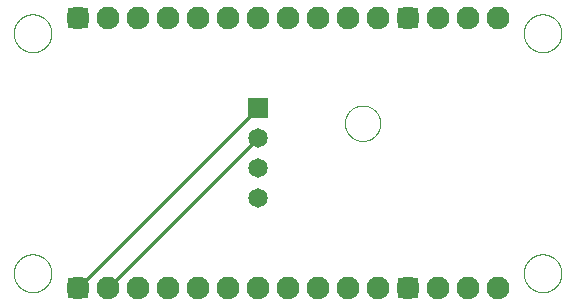
<source format=gtl>
G75*
%MOIN*%
%OFA0B0*%
%FSLAX25Y25*%
%IPPOS*%
%LPD*%
%AMOC8*
5,1,8,0,0,1.08239X$1,22.5*
%
%ADD10R,0.06500X0.06500*%
%ADD11C,0.06500*%
%ADD12C,0.07600*%
%ADD13C,0.00000*%
%ADD14R,0.05937X0.05937*%
%ADD15C,0.05937*%
%ADD16C,0.01000*%
D10*
X0026800Y0013167D03*
X0086800Y0073167D03*
X0136800Y0103167D03*
X0026800Y0103167D03*
X0136800Y0013167D03*
D11*
X0146800Y0013167D03*
X0156800Y0013167D03*
X0166800Y0013167D03*
X0086800Y0043167D03*
X0086800Y0053167D03*
X0086800Y0063167D03*
X0056800Y0103167D03*
X0046800Y0103167D03*
X0036800Y0103167D03*
X0146800Y0103167D03*
X0156800Y0103167D03*
X0166800Y0103167D03*
X0056800Y0013167D03*
X0046800Y0013167D03*
X0036800Y0013167D03*
D12*
X0026800Y0013167D03*
X0036800Y0013167D03*
X0046800Y0013167D03*
X0056800Y0013167D03*
X0066800Y0013167D03*
X0076800Y0013167D03*
X0086800Y0013167D03*
X0096800Y0013167D03*
X0106800Y0013167D03*
X0116800Y0013167D03*
X0126800Y0013167D03*
X0136800Y0013167D03*
X0146800Y0013167D03*
X0156800Y0013167D03*
X0166800Y0013167D03*
X0166800Y0103167D03*
X0156800Y0103167D03*
X0146800Y0103167D03*
X0136800Y0103167D03*
X0126800Y0103167D03*
X0116800Y0103167D03*
X0106800Y0103167D03*
X0096800Y0103167D03*
X0086800Y0103167D03*
X0076800Y0103167D03*
X0066800Y0103167D03*
X0056800Y0103167D03*
X0046800Y0103167D03*
X0036800Y0103167D03*
X0026800Y0103167D03*
D13*
X0005501Y0098167D02*
X0005503Y0098325D01*
X0005509Y0098483D01*
X0005519Y0098641D01*
X0005533Y0098799D01*
X0005551Y0098956D01*
X0005572Y0099113D01*
X0005598Y0099269D01*
X0005628Y0099425D01*
X0005661Y0099580D01*
X0005699Y0099733D01*
X0005740Y0099886D01*
X0005785Y0100038D01*
X0005834Y0100189D01*
X0005887Y0100338D01*
X0005943Y0100486D01*
X0006003Y0100632D01*
X0006067Y0100777D01*
X0006135Y0100920D01*
X0006206Y0101062D01*
X0006280Y0101202D01*
X0006358Y0101339D01*
X0006440Y0101475D01*
X0006524Y0101609D01*
X0006613Y0101740D01*
X0006704Y0101869D01*
X0006799Y0101996D01*
X0006896Y0102121D01*
X0006997Y0102243D01*
X0007101Y0102362D01*
X0007208Y0102479D01*
X0007318Y0102593D01*
X0007431Y0102704D01*
X0007546Y0102813D01*
X0007664Y0102918D01*
X0007785Y0103020D01*
X0007908Y0103120D01*
X0008034Y0103216D01*
X0008162Y0103309D01*
X0008292Y0103399D01*
X0008425Y0103485D01*
X0008560Y0103569D01*
X0008696Y0103648D01*
X0008835Y0103725D01*
X0008976Y0103797D01*
X0009118Y0103867D01*
X0009262Y0103932D01*
X0009408Y0103994D01*
X0009555Y0104052D01*
X0009704Y0104107D01*
X0009854Y0104158D01*
X0010005Y0104205D01*
X0010157Y0104248D01*
X0010310Y0104287D01*
X0010465Y0104323D01*
X0010620Y0104354D01*
X0010776Y0104382D01*
X0010932Y0104406D01*
X0011089Y0104426D01*
X0011247Y0104442D01*
X0011404Y0104454D01*
X0011563Y0104462D01*
X0011721Y0104466D01*
X0011879Y0104466D01*
X0012037Y0104462D01*
X0012196Y0104454D01*
X0012353Y0104442D01*
X0012511Y0104426D01*
X0012668Y0104406D01*
X0012824Y0104382D01*
X0012980Y0104354D01*
X0013135Y0104323D01*
X0013290Y0104287D01*
X0013443Y0104248D01*
X0013595Y0104205D01*
X0013746Y0104158D01*
X0013896Y0104107D01*
X0014045Y0104052D01*
X0014192Y0103994D01*
X0014338Y0103932D01*
X0014482Y0103867D01*
X0014624Y0103797D01*
X0014765Y0103725D01*
X0014904Y0103648D01*
X0015040Y0103569D01*
X0015175Y0103485D01*
X0015308Y0103399D01*
X0015438Y0103309D01*
X0015566Y0103216D01*
X0015692Y0103120D01*
X0015815Y0103020D01*
X0015936Y0102918D01*
X0016054Y0102813D01*
X0016169Y0102704D01*
X0016282Y0102593D01*
X0016392Y0102479D01*
X0016499Y0102362D01*
X0016603Y0102243D01*
X0016704Y0102121D01*
X0016801Y0101996D01*
X0016896Y0101869D01*
X0016987Y0101740D01*
X0017076Y0101609D01*
X0017160Y0101475D01*
X0017242Y0101339D01*
X0017320Y0101202D01*
X0017394Y0101062D01*
X0017465Y0100920D01*
X0017533Y0100777D01*
X0017597Y0100632D01*
X0017657Y0100486D01*
X0017713Y0100338D01*
X0017766Y0100189D01*
X0017815Y0100038D01*
X0017860Y0099886D01*
X0017901Y0099733D01*
X0017939Y0099580D01*
X0017972Y0099425D01*
X0018002Y0099269D01*
X0018028Y0099113D01*
X0018049Y0098956D01*
X0018067Y0098799D01*
X0018081Y0098641D01*
X0018091Y0098483D01*
X0018097Y0098325D01*
X0018099Y0098167D01*
X0018097Y0098009D01*
X0018091Y0097851D01*
X0018081Y0097693D01*
X0018067Y0097535D01*
X0018049Y0097378D01*
X0018028Y0097221D01*
X0018002Y0097065D01*
X0017972Y0096909D01*
X0017939Y0096754D01*
X0017901Y0096601D01*
X0017860Y0096448D01*
X0017815Y0096296D01*
X0017766Y0096145D01*
X0017713Y0095996D01*
X0017657Y0095848D01*
X0017597Y0095702D01*
X0017533Y0095557D01*
X0017465Y0095414D01*
X0017394Y0095272D01*
X0017320Y0095132D01*
X0017242Y0094995D01*
X0017160Y0094859D01*
X0017076Y0094725D01*
X0016987Y0094594D01*
X0016896Y0094465D01*
X0016801Y0094338D01*
X0016704Y0094213D01*
X0016603Y0094091D01*
X0016499Y0093972D01*
X0016392Y0093855D01*
X0016282Y0093741D01*
X0016169Y0093630D01*
X0016054Y0093521D01*
X0015936Y0093416D01*
X0015815Y0093314D01*
X0015692Y0093214D01*
X0015566Y0093118D01*
X0015438Y0093025D01*
X0015308Y0092935D01*
X0015175Y0092849D01*
X0015040Y0092765D01*
X0014904Y0092686D01*
X0014765Y0092609D01*
X0014624Y0092537D01*
X0014482Y0092467D01*
X0014338Y0092402D01*
X0014192Y0092340D01*
X0014045Y0092282D01*
X0013896Y0092227D01*
X0013746Y0092176D01*
X0013595Y0092129D01*
X0013443Y0092086D01*
X0013290Y0092047D01*
X0013135Y0092011D01*
X0012980Y0091980D01*
X0012824Y0091952D01*
X0012668Y0091928D01*
X0012511Y0091908D01*
X0012353Y0091892D01*
X0012196Y0091880D01*
X0012037Y0091872D01*
X0011879Y0091868D01*
X0011721Y0091868D01*
X0011563Y0091872D01*
X0011404Y0091880D01*
X0011247Y0091892D01*
X0011089Y0091908D01*
X0010932Y0091928D01*
X0010776Y0091952D01*
X0010620Y0091980D01*
X0010465Y0092011D01*
X0010310Y0092047D01*
X0010157Y0092086D01*
X0010005Y0092129D01*
X0009854Y0092176D01*
X0009704Y0092227D01*
X0009555Y0092282D01*
X0009408Y0092340D01*
X0009262Y0092402D01*
X0009118Y0092467D01*
X0008976Y0092537D01*
X0008835Y0092609D01*
X0008696Y0092686D01*
X0008560Y0092765D01*
X0008425Y0092849D01*
X0008292Y0092935D01*
X0008162Y0093025D01*
X0008034Y0093118D01*
X0007908Y0093214D01*
X0007785Y0093314D01*
X0007664Y0093416D01*
X0007546Y0093521D01*
X0007431Y0093630D01*
X0007318Y0093741D01*
X0007208Y0093855D01*
X0007101Y0093972D01*
X0006997Y0094091D01*
X0006896Y0094213D01*
X0006799Y0094338D01*
X0006704Y0094465D01*
X0006613Y0094594D01*
X0006524Y0094725D01*
X0006440Y0094859D01*
X0006358Y0094995D01*
X0006280Y0095132D01*
X0006206Y0095272D01*
X0006135Y0095414D01*
X0006067Y0095557D01*
X0006003Y0095702D01*
X0005943Y0095848D01*
X0005887Y0095996D01*
X0005834Y0096145D01*
X0005785Y0096296D01*
X0005740Y0096448D01*
X0005699Y0096601D01*
X0005661Y0096754D01*
X0005628Y0096909D01*
X0005598Y0097065D01*
X0005572Y0097221D01*
X0005551Y0097378D01*
X0005533Y0097535D01*
X0005519Y0097693D01*
X0005509Y0097851D01*
X0005503Y0098009D01*
X0005501Y0098167D01*
X0115894Y0068167D02*
X0115896Y0068320D01*
X0115902Y0068474D01*
X0115912Y0068627D01*
X0115926Y0068779D01*
X0115944Y0068932D01*
X0115966Y0069083D01*
X0115991Y0069234D01*
X0116021Y0069385D01*
X0116055Y0069535D01*
X0116092Y0069683D01*
X0116133Y0069831D01*
X0116178Y0069977D01*
X0116227Y0070123D01*
X0116280Y0070267D01*
X0116336Y0070409D01*
X0116396Y0070550D01*
X0116460Y0070690D01*
X0116527Y0070828D01*
X0116598Y0070964D01*
X0116673Y0071098D01*
X0116750Y0071230D01*
X0116832Y0071360D01*
X0116916Y0071488D01*
X0117004Y0071614D01*
X0117095Y0071737D01*
X0117189Y0071858D01*
X0117287Y0071976D01*
X0117387Y0072092D01*
X0117491Y0072205D01*
X0117597Y0072316D01*
X0117706Y0072424D01*
X0117818Y0072529D01*
X0117932Y0072630D01*
X0118050Y0072729D01*
X0118169Y0072825D01*
X0118291Y0072918D01*
X0118416Y0073007D01*
X0118543Y0073094D01*
X0118672Y0073176D01*
X0118803Y0073256D01*
X0118936Y0073332D01*
X0119071Y0073405D01*
X0119208Y0073474D01*
X0119347Y0073539D01*
X0119487Y0073601D01*
X0119629Y0073659D01*
X0119772Y0073714D01*
X0119917Y0073765D01*
X0120063Y0073812D01*
X0120210Y0073855D01*
X0120358Y0073894D01*
X0120507Y0073930D01*
X0120657Y0073961D01*
X0120808Y0073989D01*
X0120959Y0074013D01*
X0121112Y0074033D01*
X0121264Y0074049D01*
X0121417Y0074061D01*
X0121570Y0074069D01*
X0121723Y0074073D01*
X0121877Y0074073D01*
X0122030Y0074069D01*
X0122183Y0074061D01*
X0122336Y0074049D01*
X0122488Y0074033D01*
X0122641Y0074013D01*
X0122792Y0073989D01*
X0122943Y0073961D01*
X0123093Y0073930D01*
X0123242Y0073894D01*
X0123390Y0073855D01*
X0123537Y0073812D01*
X0123683Y0073765D01*
X0123828Y0073714D01*
X0123971Y0073659D01*
X0124113Y0073601D01*
X0124253Y0073539D01*
X0124392Y0073474D01*
X0124529Y0073405D01*
X0124664Y0073332D01*
X0124797Y0073256D01*
X0124928Y0073176D01*
X0125057Y0073094D01*
X0125184Y0073007D01*
X0125309Y0072918D01*
X0125431Y0072825D01*
X0125550Y0072729D01*
X0125668Y0072630D01*
X0125782Y0072529D01*
X0125894Y0072424D01*
X0126003Y0072316D01*
X0126109Y0072205D01*
X0126213Y0072092D01*
X0126313Y0071976D01*
X0126411Y0071858D01*
X0126505Y0071737D01*
X0126596Y0071614D01*
X0126684Y0071488D01*
X0126768Y0071360D01*
X0126850Y0071230D01*
X0126927Y0071098D01*
X0127002Y0070964D01*
X0127073Y0070828D01*
X0127140Y0070690D01*
X0127204Y0070550D01*
X0127264Y0070409D01*
X0127320Y0070267D01*
X0127373Y0070123D01*
X0127422Y0069977D01*
X0127467Y0069831D01*
X0127508Y0069683D01*
X0127545Y0069535D01*
X0127579Y0069385D01*
X0127609Y0069234D01*
X0127634Y0069083D01*
X0127656Y0068932D01*
X0127674Y0068779D01*
X0127688Y0068627D01*
X0127698Y0068474D01*
X0127704Y0068320D01*
X0127706Y0068167D01*
X0127704Y0068014D01*
X0127698Y0067860D01*
X0127688Y0067707D01*
X0127674Y0067555D01*
X0127656Y0067402D01*
X0127634Y0067251D01*
X0127609Y0067100D01*
X0127579Y0066949D01*
X0127545Y0066799D01*
X0127508Y0066651D01*
X0127467Y0066503D01*
X0127422Y0066357D01*
X0127373Y0066211D01*
X0127320Y0066067D01*
X0127264Y0065925D01*
X0127204Y0065784D01*
X0127140Y0065644D01*
X0127073Y0065506D01*
X0127002Y0065370D01*
X0126927Y0065236D01*
X0126850Y0065104D01*
X0126768Y0064974D01*
X0126684Y0064846D01*
X0126596Y0064720D01*
X0126505Y0064597D01*
X0126411Y0064476D01*
X0126313Y0064358D01*
X0126213Y0064242D01*
X0126109Y0064129D01*
X0126003Y0064018D01*
X0125894Y0063910D01*
X0125782Y0063805D01*
X0125668Y0063704D01*
X0125550Y0063605D01*
X0125431Y0063509D01*
X0125309Y0063416D01*
X0125184Y0063327D01*
X0125057Y0063240D01*
X0124928Y0063158D01*
X0124797Y0063078D01*
X0124664Y0063002D01*
X0124529Y0062929D01*
X0124392Y0062860D01*
X0124253Y0062795D01*
X0124113Y0062733D01*
X0123971Y0062675D01*
X0123828Y0062620D01*
X0123683Y0062569D01*
X0123537Y0062522D01*
X0123390Y0062479D01*
X0123242Y0062440D01*
X0123093Y0062404D01*
X0122943Y0062373D01*
X0122792Y0062345D01*
X0122641Y0062321D01*
X0122488Y0062301D01*
X0122336Y0062285D01*
X0122183Y0062273D01*
X0122030Y0062265D01*
X0121877Y0062261D01*
X0121723Y0062261D01*
X0121570Y0062265D01*
X0121417Y0062273D01*
X0121264Y0062285D01*
X0121112Y0062301D01*
X0120959Y0062321D01*
X0120808Y0062345D01*
X0120657Y0062373D01*
X0120507Y0062404D01*
X0120358Y0062440D01*
X0120210Y0062479D01*
X0120063Y0062522D01*
X0119917Y0062569D01*
X0119772Y0062620D01*
X0119629Y0062675D01*
X0119487Y0062733D01*
X0119347Y0062795D01*
X0119208Y0062860D01*
X0119071Y0062929D01*
X0118936Y0063002D01*
X0118803Y0063078D01*
X0118672Y0063158D01*
X0118543Y0063240D01*
X0118416Y0063327D01*
X0118291Y0063416D01*
X0118169Y0063509D01*
X0118050Y0063605D01*
X0117932Y0063704D01*
X0117818Y0063805D01*
X0117706Y0063910D01*
X0117597Y0064018D01*
X0117491Y0064129D01*
X0117387Y0064242D01*
X0117287Y0064358D01*
X0117189Y0064476D01*
X0117095Y0064597D01*
X0117004Y0064720D01*
X0116916Y0064846D01*
X0116832Y0064974D01*
X0116750Y0065104D01*
X0116673Y0065236D01*
X0116598Y0065370D01*
X0116527Y0065506D01*
X0116460Y0065644D01*
X0116396Y0065784D01*
X0116336Y0065925D01*
X0116280Y0066067D01*
X0116227Y0066211D01*
X0116178Y0066357D01*
X0116133Y0066503D01*
X0116092Y0066651D01*
X0116055Y0066799D01*
X0116021Y0066949D01*
X0115991Y0067100D01*
X0115966Y0067251D01*
X0115944Y0067402D01*
X0115926Y0067555D01*
X0115912Y0067707D01*
X0115902Y0067860D01*
X0115896Y0068014D01*
X0115894Y0068167D01*
X0175501Y0098167D02*
X0175503Y0098325D01*
X0175509Y0098483D01*
X0175519Y0098641D01*
X0175533Y0098799D01*
X0175551Y0098956D01*
X0175572Y0099113D01*
X0175598Y0099269D01*
X0175628Y0099425D01*
X0175661Y0099580D01*
X0175699Y0099733D01*
X0175740Y0099886D01*
X0175785Y0100038D01*
X0175834Y0100189D01*
X0175887Y0100338D01*
X0175943Y0100486D01*
X0176003Y0100632D01*
X0176067Y0100777D01*
X0176135Y0100920D01*
X0176206Y0101062D01*
X0176280Y0101202D01*
X0176358Y0101339D01*
X0176440Y0101475D01*
X0176524Y0101609D01*
X0176613Y0101740D01*
X0176704Y0101869D01*
X0176799Y0101996D01*
X0176896Y0102121D01*
X0176997Y0102243D01*
X0177101Y0102362D01*
X0177208Y0102479D01*
X0177318Y0102593D01*
X0177431Y0102704D01*
X0177546Y0102813D01*
X0177664Y0102918D01*
X0177785Y0103020D01*
X0177908Y0103120D01*
X0178034Y0103216D01*
X0178162Y0103309D01*
X0178292Y0103399D01*
X0178425Y0103485D01*
X0178560Y0103569D01*
X0178696Y0103648D01*
X0178835Y0103725D01*
X0178976Y0103797D01*
X0179118Y0103867D01*
X0179262Y0103932D01*
X0179408Y0103994D01*
X0179555Y0104052D01*
X0179704Y0104107D01*
X0179854Y0104158D01*
X0180005Y0104205D01*
X0180157Y0104248D01*
X0180310Y0104287D01*
X0180465Y0104323D01*
X0180620Y0104354D01*
X0180776Y0104382D01*
X0180932Y0104406D01*
X0181089Y0104426D01*
X0181247Y0104442D01*
X0181404Y0104454D01*
X0181563Y0104462D01*
X0181721Y0104466D01*
X0181879Y0104466D01*
X0182037Y0104462D01*
X0182196Y0104454D01*
X0182353Y0104442D01*
X0182511Y0104426D01*
X0182668Y0104406D01*
X0182824Y0104382D01*
X0182980Y0104354D01*
X0183135Y0104323D01*
X0183290Y0104287D01*
X0183443Y0104248D01*
X0183595Y0104205D01*
X0183746Y0104158D01*
X0183896Y0104107D01*
X0184045Y0104052D01*
X0184192Y0103994D01*
X0184338Y0103932D01*
X0184482Y0103867D01*
X0184624Y0103797D01*
X0184765Y0103725D01*
X0184904Y0103648D01*
X0185040Y0103569D01*
X0185175Y0103485D01*
X0185308Y0103399D01*
X0185438Y0103309D01*
X0185566Y0103216D01*
X0185692Y0103120D01*
X0185815Y0103020D01*
X0185936Y0102918D01*
X0186054Y0102813D01*
X0186169Y0102704D01*
X0186282Y0102593D01*
X0186392Y0102479D01*
X0186499Y0102362D01*
X0186603Y0102243D01*
X0186704Y0102121D01*
X0186801Y0101996D01*
X0186896Y0101869D01*
X0186987Y0101740D01*
X0187076Y0101609D01*
X0187160Y0101475D01*
X0187242Y0101339D01*
X0187320Y0101202D01*
X0187394Y0101062D01*
X0187465Y0100920D01*
X0187533Y0100777D01*
X0187597Y0100632D01*
X0187657Y0100486D01*
X0187713Y0100338D01*
X0187766Y0100189D01*
X0187815Y0100038D01*
X0187860Y0099886D01*
X0187901Y0099733D01*
X0187939Y0099580D01*
X0187972Y0099425D01*
X0188002Y0099269D01*
X0188028Y0099113D01*
X0188049Y0098956D01*
X0188067Y0098799D01*
X0188081Y0098641D01*
X0188091Y0098483D01*
X0188097Y0098325D01*
X0188099Y0098167D01*
X0188097Y0098009D01*
X0188091Y0097851D01*
X0188081Y0097693D01*
X0188067Y0097535D01*
X0188049Y0097378D01*
X0188028Y0097221D01*
X0188002Y0097065D01*
X0187972Y0096909D01*
X0187939Y0096754D01*
X0187901Y0096601D01*
X0187860Y0096448D01*
X0187815Y0096296D01*
X0187766Y0096145D01*
X0187713Y0095996D01*
X0187657Y0095848D01*
X0187597Y0095702D01*
X0187533Y0095557D01*
X0187465Y0095414D01*
X0187394Y0095272D01*
X0187320Y0095132D01*
X0187242Y0094995D01*
X0187160Y0094859D01*
X0187076Y0094725D01*
X0186987Y0094594D01*
X0186896Y0094465D01*
X0186801Y0094338D01*
X0186704Y0094213D01*
X0186603Y0094091D01*
X0186499Y0093972D01*
X0186392Y0093855D01*
X0186282Y0093741D01*
X0186169Y0093630D01*
X0186054Y0093521D01*
X0185936Y0093416D01*
X0185815Y0093314D01*
X0185692Y0093214D01*
X0185566Y0093118D01*
X0185438Y0093025D01*
X0185308Y0092935D01*
X0185175Y0092849D01*
X0185040Y0092765D01*
X0184904Y0092686D01*
X0184765Y0092609D01*
X0184624Y0092537D01*
X0184482Y0092467D01*
X0184338Y0092402D01*
X0184192Y0092340D01*
X0184045Y0092282D01*
X0183896Y0092227D01*
X0183746Y0092176D01*
X0183595Y0092129D01*
X0183443Y0092086D01*
X0183290Y0092047D01*
X0183135Y0092011D01*
X0182980Y0091980D01*
X0182824Y0091952D01*
X0182668Y0091928D01*
X0182511Y0091908D01*
X0182353Y0091892D01*
X0182196Y0091880D01*
X0182037Y0091872D01*
X0181879Y0091868D01*
X0181721Y0091868D01*
X0181563Y0091872D01*
X0181404Y0091880D01*
X0181247Y0091892D01*
X0181089Y0091908D01*
X0180932Y0091928D01*
X0180776Y0091952D01*
X0180620Y0091980D01*
X0180465Y0092011D01*
X0180310Y0092047D01*
X0180157Y0092086D01*
X0180005Y0092129D01*
X0179854Y0092176D01*
X0179704Y0092227D01*
X0179555Y0092282D01*
X0179408Y0092340D01*
X0179262Y0092402D01*
X0179118Y0092467D01*
X0178976Y0092537D01*
X0178835Y0092609D01*
X0178696Y0092686D01*
X0178560Y0092765D01*
X0178425Y0092849D01*
X0178292Y0092935D01*
X0178162Y0093025D01*
X0178034Y0093118D01*
X0177908Y0093214D01*
X0177785Y0093314D01*
X0177664Y0093416D01*
X0177546Y0093521D01*
X0177431Y0093630D01*
X0177318Y0093741D01*
X0177208Y0093855D01*
X0177101Y0093972D01*
X0176997Y0094091D01*
X0176896Y0094213D01*
X0176799Y0094338D01*
X0176704Y0094465D01*
X0176613Y0094594D01*
X0176524Y0094725D01*
X0176440Y0094859D01*
X0176358Y0094995D01*
X0176280Y0095132D01*
X0176206Y0095272D01*
X0176135Y0095414D01*
X0176067Y0095557D01*
X0176003Y0095702D01*
X0175943Y0095848D01*
X0175887Y0095996D01*
X0175834Y0096145D01*
X0175785Y0096296D01*
X0175740Y0096448D01*
X0175699Y0096601D01*
X0175661Y0096754D01*
X0175628Y0096909D01*
X0175598Y0097065D01*
X0175572Y0097221D01*
X0175551Y0097378D01*
X0175533Y0097535D01*
X0175519Y0097693D01*
X0175509Y0097851D01*
X0175503Y0098009D01*
X0175501Y0098167D01*
X0175501Y0018167D02*
X0175503Y0018325D01*
X0175509Y0018483D01*
X0175519Y0018641D01*
X0175533Y0018799D01*
X0175551Y0018956D01*
X0175572Y0019113D01*
X0175598Y0019269D01*
X0175628Y0019425D01*
X0175661Y0019580D01*
X0175699Y0019733D01*
X0175740Y0019886D01*
X0175785Y0020038D01*
X0175834Y0020189D01*
X0175887Y0020338D01*
X0175943Y0020486D01*
X0176003Y0020632D01*
X0176067Y0020777D01*
X0176135Y0020920D01*
X0176206Y0021062D01*
X0176280Y0021202D01*
X0176358Y0021339D01*
X0176440Y0021475D01*
X0176524Y0021609D01*
X0176613Y0021740D01*
X0176704Y0021869D01*
X0176799Y0021996D01*
X0176896Y0022121D01*
X0176997Y0022243D01*
X0177101Y0022362D01*
X0177208Y0022479D01*
X0177318Y0022593D01*
X0177431Y0022704D01*
X0177546Y0022813D01*
X0177664Y0022918D01*
X0177785Y0023020D01*
X0177908Y0023120D01*
X0178034Y0023216D01*
X0178162Y0023309D01*
X0178292Y0023399D01*
X0178425Y0023485D01*
X0178560Y0023569D01*
X0178696Y0023648D01*
X0178835Y0023725D01*
X0178976Y0023797D01*
X0179118Y0023867D01*
X0179262Y0023932D01*
X0179408Y0023994D01*
X0179555Y0024052D01*
X0179704Y0024107D01*
X0179854Y0024158D01*
X0180005Y0024205D01*
X0180157Y0024248D01*
X0180310Y0024287D01*
X0180465Y0024323D01*
X0180620Y0024354D01*
X0180776Y0024382D01*
X0180932Y0024406D01*
X0181089Y0024426D01*
X0181247Y0024442D01*
X0181404Y0024454D01*
X0181563Y0024462D01*
X0181721Y0024466D01*
X0181879Y0024466D01*
X0182037Y0024462D01*
X0182196Y0024454D01*
X0182353Y0024442D01*
X0182511Y0024426D01*
X0182668Y0024406D01*
X0182824Y0024382D01*
X0182980Y0024354D01*
X0183135Y0024323D01*
X0183290Y0024287D01*
X0183443Y0024248D01*
X0183595Y0024205D01*
X0183746Y0024158D01*
X0183896Y0024107D01*
X0184045Y0024052D01*
X0184192Y0023994D01*
X0184338Y0023932D01*
X0184482Y0023867D01*
X0184624Y0023797D01*
X0184765Y0023725D01*
X0184904Y0023648D01*
X0185040Y0023569D01*
X0185175Y0023485D01*
X0185308Y0023399D01*
X0185438Y0023309D01*
X0185566Y0023216D01*
X0185692Y0023120D01*
X0185815Y0023020D01*
X0185936Y0022918D01*
X0186054Y0022813D01*
X0186169Y0022704D01*
X0186282Y0022593D01*
X0186392Y0022479D01*
X0186499Y0022362D01*
X0186603Y0022243D01*
X0186704Y0022121D01*
X0186801Y0021996D01*
X0186896Y0021869D01*
X0186987Y0021740D01*
X0187076Y0021609D01*
X0187160Y0021475D01*
X0187242Y0021339D01*
X0187320Y0021202D01*
X0187394Y0021062D01*
X0187465Y0020920D01*
X0187533Y0020777D01*
X0187597Y0020632D01*
X0187657Y0020486D01*
X0187713Y0020338D01*
X0187766Y0020189D01*
X0187815Y0020038D01*
X0187860Y0019886D01*
X0187901Y0019733D01*
X0187939Y0019580D01*
X0187972Y0019425D01*
X0188002Y0019269D01*
X0188028Y0019113D01*
X0188049Y0018956D01*
X0188067Y0018799D01*
X0188081Y0018641D01*
X0188091Y0018483D01*
X0188097Y0018325D01*
X0188099Y0018167D01*
X0188097Y0018009D01*
X0188091Y0017851D01*
X0188081Y0017693D01*
X0188067Y0017535D01*
X0188049Y0017378D01*
X0188028Y0017221D01*
X0188002Y0017065D01*
X0187972Y0016909D01*
X0187939Y0016754D01*
X0187901Y0016601D01*
X0187860Y0016448D01*
X0187815Y0016296D01*
X0187766Y0016145D01*
X0187713Y0015996D01*
X0187657Y0015848D01*
X0187597Y0015702D01*
X0187533Y0015557D01*
X0187465Y0015414D01*
X0187394Y0015272D01*
X0187320Y0015132D01*
X0187242Y0014995D01*
X0187160Y0014859D01*
X0187076Y0014725D01*
X0186987Y0014594D01*
X0186896Y0014465D01*
X0186801Y0014338D01*
X0186704Y0014213D01*
X0186603Y0014091D01*
X0186499Y0013972D01*
X0186392Y0013855D01*
X0186282Y0013741D01*
X0186169Y0013630D01*
X0186054Y0013521D01*
X0185936Y0013416D01*
X0185815Y0013314D01*
X0185692Y0013214D01*
X0185566Y0013118D01*
X0185438Y0013025D01*
X0185308Y0012935D01*
X0185175Y0012849D01*
X0185040Y0012765D01*
X0184904Y0012686D01*
X0184765Y0012609D01*
X0184624Y0012537D01*
X0184482Y0012467D01*
X0184338Y0012402D01*
X0184192Y0012340D01*
X0184045Y0012282D01*
X0183896Y0012227D01*
X0183746Y0012176D01*
X0183595Y0012129D01*
X0183443Y0012086D01*
X0183290Y0012047D01*
X0183135Y0012011D01*
X0182980Y0011980D01*
X0182824Y0011952D01*
X0182668Y0011928D01*
X0182511Y0011908D01*
X0182353Y0011892D01*
X0182196Y0011880D01*
X0182037Y0011872D01*
X0181879Y0011868D01*
X0181721Y0011868D01*
X0181563Y0011872D01*
X0181404Y0011880D01*
X0181247Y0011892D01*
X0181089Y0011908D01*
X0180932Y0011928D01*
X0180776Y0011952D01*
X0180620Y0011980D01*
X0180465Y0012011D01*
X0180310Y0012047D01*
X0180157Y0012086D01*
X0180005Y0012129D01*
X0179854Y0012176D01*
X0179704Y0012227D01*
X0179555Y0012282D01*
X0179408Y0012340D01*
X0179262Y0012402D01*
X0179118Y0012467D01*
X0178976Y0012537D01*
X0178835Y0012609D01*
X0178696Y0012686D01*
X0178560Y0012765D01*
X0178425Y0012849D01*
X0178292Y0012935D01*
X0178162Y0013025D01*
X0178034Y0013118D01*
X0177908Y0013214D01*
X0177785Y0013314D01*
X0177664Y0013416D01*
X0177546Y0013521D01*
X0177431Y0013630D01*
X0177318Y0013741D01*
X0177208Y0013855D01*
X0177101Y0013972D01*
X0176997Y0014091D01*
X0176896Y0014213D01*
X0176799Y0014338D01*
X0176704Y0014465D01*
X0176613Y0014594D01*
X0176524Y0014725D01*
X0176440Y0014859D01*
X0176358Y0014995D01*
X0176280Y0015132D01*
X0176206Y0015272D01*
X0176135Y0015414D01*
X0176067Y0015557D01*
X0176003Y0015702D01*
X0175943Y0015848D01*
X0175887Y0015996D01*
X0175834Y0016145D01*
X0175785Y0016296D01*
X0175740Y0016448D01*
X0175699Y0016601D01*
X0175661Y0016754D01*
X0175628Y0016909D01*
X0175598Y0017065D01*
X0175572Y0017221D01*
X0175551Y0017378D01*
X0175533Y0017535D01*
X0175519Y0017693D01*
X0175509Y0017851D01*
X0175503Y0018009D01*
X0175501Y0018167D01*
X0005501Y0018167D02*
X0005503Y0018325D01*
X0005509Y0018483D01*
X0005519Y0018641D01*
X0005533Y0018799D01*
X0005551Y0018956D01*
X0005572Y0019113D01*
X0005598Y0019269D01*
X0005628Y0019425D01*
X0005661Y0019580D01*
X0005699Y0019733D01*
X0005740Y0019886D01*
X0005785Y0020038D01*
X0005834Y0020189D01*
X0005887Y0020338D01*
X0005943Y0020486D01*
X0006003Y0020632D01*
X0006067Y0020777D01*
X0006135Y0020920D01*
X0006206Y0021062D01*
X0006280Y0021202D01*
X0006358Y0021339D01*
X0006440Y0021475D01*
X0006524Y0021609D01*
X0006613Y0021740D01*
X0006704Y0021869D01*
X0006799Y0021996D01*
X0006896Y0022121D01*
X0006997Y0022243D01*
X0007101Y0022362D01*
X0007208Y0022479D01*
X0007318Y0022593D01*
X0007431Y0022704D01*
X0007546Y0022813D01*
X0007664Y0022918D01*
X0007785Y0023020D01*
X0007908Y0023120D01*
X0008034Y0023216D01*
X0008162Y0023309D01*
X0008292Y0023399D01*
X0008425Y0023485D01*
X0008560Y0023569D01*
X0008696Y0023648D01*
X0008835Y0023725D01*
X0008976Y0023797D01*
X0009118Y0023867D01*
X0009262Y0023932D01*
X0009408Y0023994D01*
X0009555Y0024052D01*
X0009704Y0024107D01*
X0009854Y0024158D01*
X0010005Y0024205D01*
X0010157Y0024248D01*
X0010310Y0024287D01*
X0010465Y0024323D01*
X0010620Y0024354D01*
X0010776Y0024382D01*
X0010932Y0024406D01*
X0011089Y0024426D01*
X0011247Y0024442D01*
X0011404Y0024454D01*
X0011563Y0024462D01*
X0011721Y0024466D01*
X0011879Y0024466D01*
X0012037Y0024462D01*
X0012196Y0024454D01*
X0012353Y0024442D01*
X0012511Y0024426D01*
X0012668Y0024406D01*
X0012824Y0024382D01*
X0012980Y0024354D01*
X0013135Y0024323D01*
X0013290Y0024287D01*
X0013443Y0024248D01*
X0013595Y0024205D01*
X0013746Y0024158D01*
X0013896Y0024107D01*
X0014045Y0024052D01*
X0014192Y0023994D01*
X0014338Y0023932D01*
X0014482Y0023867D01*
X0014624Y0023797D01*
X0014765Y0023725D01*
X0014904Y0023648D01*
X0015040Y0023569D01*
X0015175Y0023485D01*
X0015308Y0023399D01*
X0015438Y0023309D01*
X0015566Y0023216D01*
X0015692Y0023120D01*
X0015815Y0023020D01*
X0015936Y0022918D01*
X0016054Y0022813D01*
X0016169Y0022704D01*
X0016282Y0022593D01*
X0016392Y0022479D01*
X0016499Y0022362D01*
X0016603Y0022243D01*
X0016704Y0022121D01*
X0016801Y0021996D01*
X0016896Y0021869D01*
X0016987Y0021740D01*
X0017076Y0021609D01*
X0017160Y0021475D01*
X0017242Y0021339D01*
X0017320Y0021202D01*
X0017394Y0021062D01*
X0017465Y0020920D01*
X0017533Y0020777D01*
X0017597Y0020632D01*
X0017657Y0020486D01*
X0017713Y0020338D01*
X0017766Y0020189D01*
X0017815Y0020038D01*
X0017860Y0019886D01*
X0017901Y0019733D01*
X0017939Y0019580D01*
X0017972Y0019425D01*
X0018002Y0019269D01*
X0018028Y0019113D01*
X0018049Y0018956D01*
X0018067Y0018799D01*
X0018081Y0018641D01*
X0018091Y0018483D01*
X0018097Y0018325D01*
X0018099Y0018167D01*
X0018097Y0018009D01*
X0018091Y0017851D01*
X0018081Y0017693D01*
X0018067Y0017535D01*
X0018049Y0017378D01*
X0018028Y0017221D01*
X0018002Y0017065D01*
X0017972Y0016909D01*
X0017939Y0016754D01*
X0017901Y0016601D01*
X0017860Y0016448D01*
X0017815Y0016296D01*
X0017766Y0016145D01*
X0017713Y0015996D01*
X0017657Y0015848D01*
X0017597Y0015702D01*
X0017533Y0015557D01*
X0017465Y0015414D01*
X0017394Y0015272D01*
X0017320Y0015132D01*
X0017242Y0014995D01*
X0017160Y0014859D01*
X0017076Y0014725D01*
X0016987Y0014594D01*
X0016896Y0014465D01*
X0016801Y0014338D01*
X0016704Y0014213D01*
X0016603Y0014091D01*
X0016499Y0013972D01*
X0016392Y0013855D01*
X0016282Y0013741D01*
X0016169Y0013630D01*
X0016054Y0013521D01*
X0015936Y0013416D01*
X0015815Y0013314D01*
X0015692Y0013214D01*
X0015566Y0013118D01*
X0015438Y0013025D01*
X0015308Y0012935D01*
X0015175Y0012849D01*
X0015040Y0012765D01*
X0014904Y0012686D01*
X0014765Y0012609D01*
X0014624Y0012537D01*
X0014482Y0012467D01*
X0014338Y0012402D01*
X0014192Y0012340D01*
X0014045Y0012282D01*
X0013896Y0012227D01*
X0013746Y0012176D01*
X0013595Y0012129D01*
X0013443Y0012086D01*
X0013290Y0012047D01*
X0013135Y0012011D01*
X0012980Y0011980D01*
X0012824Y0011952D01*
X0012668Y0011928D01*
X0012511Y0011908D01*
X0012353Y0011892D01*
X0012196Y0011880D01*
X0012037Y0011872D01*
X0011879Y0011868D01*
X0011721Y0011868D01*
X0011563Y0011872D01*
X0011404Y0011880D01*
X0011247Y0011892D01*
X0011089Y0011908D01*
X0010932Y0011928D01*
X0010776Y0011952D01*
X0010620Y0011980D01*
X0010465Y0012011D01*
X0010310Y0012047D01*
X0010157Y0012086D01*
X0010005Y0012129D01*
X0009854Y0012176D01*
X0009704Y0012227D01*
X0009555Y0012282D01*
X0009408Y0012340D01*
X0009262Y0012402D01*
X0009118Y0012467D01*
X0008976Y0012537D01*
X0008835Y0012609D01*
X0008696Y0012686D01*
X0008560Y0012765D01*
X0008425Y0012849D01*
X0008292Y0012935D01*
X0008162Y0013025D01*
X0008034Y0013118D01*
X0007908Y0013214D01*
X0007785Y0013314D01*
X0007664Y0013416D01*
X0007546Y0013521D01*
X0007431Y0013630D01*
X0007318Y0013741D01*
X0007208Y0013855D01*
X0007101Y0013972D01*
X0006997Y0014091D01*
X0006896Y0014213D01*
X0006799Y0014338D01*
X0006704Y0014465D01*
X0006613Y0014594D01*
X0006524Y0014725D01*
X0006440Y0014859D01*
X0006358Y0014995D01*
X0006280Y0015132D01*
X0006206Y0015272D01*
X0006135Y0015414D01*
X0006067Y0015557D01*
X0006003Y0015702D01*
X0005943Y0015848D01*
X0005887Y0015996D01*
X0005834Y0016145D01*
X0005785Y0016296D01*
X0005740Y0016448D01*
X0005699Y0016601D01*
X0005661Y0016754D01*
X0005628Y0016909D01*
X0005598Y0017065D01*
X0005572Y0017221D01*
X0005551Y0017378D01*
X0005533Y0017535D01*
X0005519Y0017693D01*
X0005509Y0017851D01*
X0005503Y0018009D01*
X0005501Y0018167D01*
D14*
X0086800Y0073167D03*
D15*
X0086800Y0063167D03*
X0086800Y0053167D03*
X0086800Y0043167D03*
D16*
X0086800Y0063167D02*
X0036800Y0013167D01*
X0026800Y0013167D02*
X0086800Y0073167D01*
M02*

</source>
